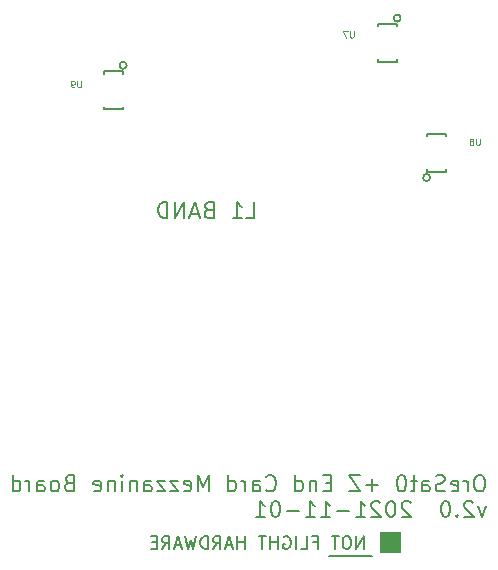
<source format=gbr>
%TF.GenerationSoftware,KiCad,Pcbnew,(6.0.2)*%
%TF.CreationDate,2022-09-07T19:19:14-04:00*%
%TF.ProjectId,plusz-end-card-with-turnstile-mezzanine,706c7573-7a2d-4656-9e64-2d636172642d,rev?*%
%TF.SameCoordinates,Original*%
%TF.FileFunction,Legend,Bot*%
%TF.FilePolarity,Positive*%
%FSLAX46Y46*%
G04 Gerber Fmt 4.6, Leading zero omitted, Abs format (unit mm)*
G04 Created by KiCad (PCBNEW (6.0.2)) date 2022-09-07 19:19:14*
%MOMM*%
%LPD*%
G01*
G04 APERTURE LIST*
%ADD10C,0.150000*%
%ADD11C,0.190500*%
%ADD12C,0.077724*%
%ADD13C,0.152400*%
%ADD14C,0.127000*%
G04 APERTURE END LIST*
D10*
X144839314Y-110689314D02*
X145482171Y-110689314D01*
X145482171Y-109339314D01*
X143682171Y-110689314D02*
X144453600Y-110689314D01*
X144067885Y-110689314D02*
X144067885Y-109339314D01*
X144196457Y-109532171D01*
X144325028Y-109660742D01*
X144453600Y-109725028D01*
X141625028Y-109982171D02*
X141432171Y-110046457D01*
X141367885Y-110110742D01*
X141303600Y-110239314D01*
X141303600Y-110432171D01*
X141367885Y-110560742D01*
X141432171Y-110625028D01*
X141560742Y-110689314D01*
X142075028Y-110689314D01*
X142075028Y-109339314D01*
X141625028Y-109339314D01*
X141496457Y-109403600D01*
X141432171Y-109467885D01*
X141367885Y-109596457D01*
X141367885Y-109725028D01*
X141432171Y-109853600D01*
X141496457Y-109917885D01*
X141625028Y-109982171D01*
X142075028Y-109982171D01*
X140789314Y-110303600D02*
X140146457Y-110303600D01*
X140917885Y-110689314D02*
X140467885Y-109339314D01*
X140017885Y-110689314D01*
X139567885Y-110689314D02*
X139567885Y-109339314D01*
X138796457Y-110689314D01*
X138796457Y-109339314D01*
X138153600Y-110689314D02*
X138153600Y-109339314D01*
X137832171Y-109339314D01*
X137639314Y-109403600D01*
X137510742Y-109532171D01*
X137446457Y-109660742D01*
X137382171Y-109917885D01*
X137382171Y-110110742D01*
X137446457Y-110367885D01*
X137510742Y-110496457D01*
X137639314Y-110625028D01*
X137832171Y-110689314D01*
X138153600Y-110689314D01*
X164725028Y-132465814D02*
X164467885Y-132465814D01*
X164339314Y-132530100D01*
X164210742Y-132658671D01*
X164146457Y-132915814D01*
X164146457Y-133365814D01*
X164210742Y-133622957D01*
X164339314Y-133751528D01*
X164467885Y-133815814D01*
X164725028Y-133815814D01*
X164853600Y-133751528D01*
X164982171Y-133622957D01*
X165046457Y-133365814D01*
X165046457Y-132915814D01*
X164982171Y-132658671D01*
X164853600Y-132530100D01*
X164725028Y-132465814D01*
X163567885Y-133815814D02*
X163567885Y-132915814D01*
X163567885Y-133172957D02*
X163503600Y-133044385D01*
X163439314Y-132980100D01*
X163310742Y-132915814D01*
X163182171Y-132915814D01*
X162217885Y-133751528D02*
X162346457Y-133815814D01*
X162603600Y-133815814D01*
X162732171Y-133751528D01*
X162796457Y-133622957D01*
X162796457Y-133108671D01*
X162732171Y-132980100D01*
X162603600Y-132915814D01*
X162346457Y-132915814D01*
X162217885Y-132980100D01*
X162153600Y-133108671D01*
X162153600Y-133237242D01*
X162796457Y-133365814D01*
X161639314Y-133751528D02*
X161446457Y-133815814D01*
X161125028Y-133815814D01*
X160996457Y-133751528D01*
X160932171Y-133687242D01*
X160867885Y-133558671D01*
X160867885Y-133430100D01*
X160932171Y-133301528D01*
X160996457Y-133237242D01*
X161125028Y-133172957D01*
X161382171Y-133108671D01*
X161510742Y-133044385D01*
X161575028Y-132980100D01*
X161639314Y-132851528D01*
X161639314Y-132722957D01*
X161575028Y-132594385D01*
X161510742Y-132530100D01*
X161382171Y-132465814D01*
X161060742Y-132465814D01*
X160867885Y-132530100D01*
X159710742Y-133815814D02*
X159710742Y-133108671D01*
X159775028Y-132980100D01*
X159903600Y-132915814D01*
X160160742Y-132915814D01*
X160289314Y-132980100D01*
X159710742Y-133751528D02*
X159839314Y-133815814D01*
X160160742Y-133815814D01*
X160289314Y-133751528D01*
X160353600Y-133622957D01*
X160353600Y-133494385D01*
X160289314Y-133365814D01*
X160160742Y-133301528D01*
X159839314Y-133301528D01*
X159710742Y-133237242D01*
X159260742Y-132915814D02*
X158746457Y-132915814D01*
X159067885Y-132465814D02*
X159067885Y-133622957D01*
X159003600Y-133751528D01*
X158875028Y-133815814D01*
X158746457Y-133815814D01*
X158039314Y-132465814D02*
X157910742Y-132465814D01*
X157782171Y-132530100D01*
X157717885Y-132594385D01*
X157653600Y-132722957D01*
X157589314Y-132980100D01*
X157589314Y-133301528D01*
X157653600Y-133558671D01*
X157717885Y-133687242D01*
X157782171Y-133751528D01*
X157910742Y-133815814D01*
X158039314Y-133815814D01*
X158167885Y-133751528D01*
X158232171Y-133687242D01*
X158296457Y-133558671D01*
X158360742Y-133301528D01*
X158360742Y-132980100D01*
X158296457Y-132722957D01*
X158232171Y-132594385D01*
X158167885Y-132530100D01*
X158039314Y-132465814D01*
X155982171Y-133301528D02*
X154953600Y-133301528D01*
X155467885Y-133815814D02*
X155467885Y-132787242D01*
X154439314Y-132465814D02*
X153539314Y-132465814D01*
X154439314Y-133815814D01*
X153539314Y-133815814D01*
X151996457Y-133108671D02*
X151546457Y-133108671D01*
X151353600Y-133815814D02*
X151996457Y-133815814D01*
X151996457Y-132465814D01*
X151353600Y-132465814D01*
X150775028Y-132915814D02*
X150775028Y-133815814D01*
X150775028Y-133044385D02*
X150710742Y-132980100D01*
X150582171Y-132915814D01*
X150389314Y-132915814D01*
X150260742Y-132980100D01*
X150196457Y-133108671D01*
X150196457Y-133815814D01*
X148975028Y-133815814D02*
X148975028Y-132465814D01*
X148975028Y-133751528D02*
X149103600Y-133815814D01*
X149360742Y-133815814D01*
X149489314Y-133751528D01*
X149553600Y-133687242D01*
X149617885Y-133558671D01*
X149617885Y-133172957D01*
X149553600Y-133044385D01*
X149489314Y-132980100D01*
X149360742Y-132915814D01*
X149103600Y-132915814D01*
X148975028Y-132980100D01*
X146532171Y-133687242D02*
X146596457Y-133751528D01*
X146789314Y-133815814D01*
X146917885Y-133815814D01*
X147110742Y-133751528D01*
X147239314Y-133622957D01*
X147303600Y-133494385D01*
X147367885Y-133237242D01*
X147367885Y-133044385D01*
X147303600Y-132787242D01*
X147239314Y-132658671D01*
X147110742Y-132530100D01*
X146917885Y-132465814D01*
X146789314Y-132465814D01*
X146596457Y-132530100D01*
X146532171Y-132594385D01*
X145375028Y-133815814D02*
X145375028Y-133108671D01*
X145439314Y-132980100D01*
X145567885Y-132915814D01*
X145825028Y-132915814D01*
X145953600Y-132980100D01*
X145375028Y-133751528D02*
X145503600Y-133815814D01*
X145825028Y-133815814D01*
X145953600Y-133751528D01*
X146017885Y-133622957D01*
X146017885Y-133494385D01*
X145953600Y-133365814D01*
X145825028Y-133301528D01*
X145503600Y-133301528D01*
X145375028Y-133237242D01*
X144732171Y-133815814D02*
X144732171Y-132915814D01*
X144732171Y-133172957D02*
X144667885Y-133044385D01*
X144603600Y-132980100D01*
X144475028Y-132915814D01*
X144346457Y-132915814D01*
X143317885Y-133815814D02*
X143317885Y-132465814D01*
X143317885Y-133751528D02*
X143446457Y-133815814D01*
X143703600Y-133815814D01*
X143832171Y-133751528D01*
X143896457Y-133687242D01*
X143960742Y-133558671D01*
X143960742Y-133172957D01*
X143896457Y-133044385D01*
X143832171Y-132980100D01*
X143703600Y-132915814D01*
X143446457Y-132915814D01*
X143317885Y-132980100D01*
X141646457Y-133815814D02*
X141646457Y-132465814D01*
X141196457Y-133430100D01*
X140746457Y-132465814D01*
X140746457Y-133815814D01*
X139589314Y-133751528D02*
X139717885Y-133815814D01*
X139975028Y-133815814D01*
X140103600Y-133751528D01*
X140167885Y-133622957D01*
X140167885Y-133108671D01*
X140103600Y-132980100D01*
X139975028Y-132915814D01*
X139717885Y-132915814D01*
X139589314Y-132980100D01*
X139525028Y-133108671D01*
X139525028Y-133237242D01*
X140167885Y-133365814D01*
X139075028Y-132915814D02*
X138367885Y-132915814D01*
X139075028Y-133815814D01*
X138367885Y-133815814D01*
X137982171Y-132915814D02*
X137275028Y-132915814D01*
X137982171Y-133815814D01*
X137275028Y-133815814D01*
X136182171Y-133815814D02*
X136182171Y-133108671D01*
X136246457Y-132980100D01*
X136375028Y-132915814D01*
X136632171Y-132915814D01*
X136760742Y-132980100D01*
X136182171Y-133751528D02*
X136310742Y-133815814D01*
X136632171Y-133815814D01*
X136760742Y-133751528D01*
X136825028Y-133622957D01*
X136825028Y-133494385D01*
X136760742Y-133365814D01*
X136632171Y-133301528D01*
X136310742Y-133301528D01*
X136182171Y-133237242D01*
X135539314Y-132915814D02*
X135539314Y-133815814D01*
X135539314Y-133044385D02*
X135475028Y-132980100D01*
X135346457Y-132915814D01*
X135153600Y-132915814D01*
X135025028Y-132980100D01*
X134960742Y-133108671D01*
X134960742Y-133815814D01*
X134317885Y-133815814D02*
X134317885Y-132915814D01*
X134317885Y-132465814D02*
X134382171Y-132530100D01*
X134317885Y-132594385D01*
X134253600Y-132530100D01*
X134317885Y-132465814D01*
X134317885Y-132594385D01*
X133675028Y-132915814D02*
X133675028Y-133815814D01*
X133675028Y-133044385D02*
X133610742Y-132980100D01*
X133482171Y-132915814D01*
X133289314Y-132915814D01*
X133160742Y-132980100D01*
X133096457Y-133108671D01*
X133096457Y-133815814D01*
X131939314Y-133751528D02*
X132067885Y-133815814D01*
X132325028Y-133815814D01*
X132453599Y-133751528D01*
X132517885Y-133622957D01*
X132517885Y-133108671D01*
X132453599Y-132980100D01*
X132325028Y-132915814D01*
X132067885Y-132915814D01*
X131939314Y-132980100D01*
X131875028Y-133108671D01*
X131875028Y-133237242D01*
X132517885Y-133365814D01*
X129817885Y-133108671D02*
X129625028Y-133172957D01*
X129560742Y-133237242D01*
X129496457Y-133365814D01*
X129496457Y-133558671D01*
X129560742Y-133687242D01*
X129625028Y-133751528D01*
X129753599Y-133815814D01*
X130267885Y-133815814D01*
X130267885Y-132465814D01*
X129817885Y-132465814D01*
X129689314Y-132530100D01*
X129625028Y-132594385D01*
X129560742Y-132722957D01*
X129560742Y-132851528D01*
X129625028Y-132980100D01*
X129689314Y-133044385D01*
X129817885Y-133108671D01*
X130267885Y-133108671D01*
X128725028Y-133815814D02*
X128853599Y-133751528D01*
X128917885Y-133687242D01*
X128982171Y-133558671D01*
X128982171Y-133172957D01*
X128917885Y-133044385D01*
X128853599Y-132980100D01*
X128725028Y-132915814D01*
X128532171Y-132915814D01*
X128403599Y-132980100D01*
X128339314Y-133044385D01*
X128275028Y-133172957D01*
X128275028Y-133558671D01*
X128339314Y-133687242D01*
X128403599Y-133751528D01*
X128532171Y-133815814D01*
X128725028Y-133815814D01*
X127117885Y-133815814D02*
X127117885Y-133108671D01*
X127182171Y-132980100D01*
X127310742Y-132915814D01*
X127567885Y-132915814D01*
X127696457Y-132980100D01*
X127117885Y-133751528D02*
X127246457Y-133815814D01*
X127567885Y-133815814D01*
X127696457Y-133751528D01*
X127760742Y-133622957D01*
X127760742Y-133494385D01*
X127696457Y-133365814D01*
X127567885Y-133301528D01*
X127246457Y-133301528D01*
X127117885Y-133237242D01*
X126475028Y-133815814D02*
X126475028Y-132915814D01*
X126475028Y-133172957D02*
X126410742Y-133044385D01*
X126346457Y-132980100D01*
X126217885Y-132915814D01*
X126089314Y-132915814D01*
X125060742Y-133815814D02*
X125060742Y-132465814D01*
X125060742Y-133751528D02*
X125189314Y-133815814D01*
X125446457Y-133815814D01*
X125575028Y-133751528D01*
X125639314Y-133687242D01*
X125703599Y-133558671D01*
X125703599Y-133172957D01*
X125639314Y-133044385D01*
X125575028Y-132980100D01*
X125446457Y-132915814D01*
X125189314Y-132915814D01*
X125060742Y-132980100D01*
X165110742Y-135089314D02*
X164789314Y-135989314D01*
X164467885Y-135089314D01*
X164017885Y-134767885D02*
X163953600Y-134703600D01*
X163825028Y-134639314D01*
X163503600Y-134639314D01*
X163375028Y-134703600D01*
X163310742Y-134767885D01*
X163246457Y-134896457D01*
X163246457Y-135025028D01*
X163310742Y-135217885D01*
X164082171Y-135989314D01*
X163246457Y-135989314D01*
X162667885Y-135860742D02*
X162603600Y-135925028D01*
X162667885Y-135989314D01*
X162732171Y-135925028D01*
X162667885Y-135860742D01*
X162667885Y-135989314D01*
X161767885Y-134639314D02*
X161639314Y-134639314D01*
X161510742Y-134703600D01*
X161446457Y-134767885D01*
X161382171Y-134896457D01*
X161317885Y-135153600D01*
X161317885Y-135475028D01*
X161382171Y-135732171D01*
X161446457Y-135860742D01*
X161510742Y-135925028D01*
X161639314Y-135989314D01*
X161767885Y-135989314D01*
X161896457Y-135925028D01*
X161960742Y-135860742D01*
X162025028Y-135732171D01*
X162089314Y-135475028D01*
X162089314Y-135153600D01*
X162025028Y-134896457D01*
X161960742Y-134767885D01*
X161896457Y-134703600D01*
X161767885Y-134639314D01*
X158746457Y-134767885D02*
X158682171Y-134703600D01*
X158553600Y-134639314D01*
X158232171Y-134639314D01*
X158103600Y-134703600D01*
X158039314Y-134767885D01*
X157975028Y-134896457D01*
X157975028Y-135025028D01*
X158039314Y-135217885D01*
X158810742Y-135989314D01*
X157975028Y-135989314D01*
X157139314Y-134639314D02*
X157010742Y-134639314D01*
X156882171Y-134703600D01*
X156817885Y-134767885D01*
X156753600Y-134896457D01*
X156689314Y-135153600D01*
X156689314Y-135475028D01*
X156753600Y-135732171D01*
X156817885Y-135860742D01*
X156882171Y-135925028D01*
X157010742Y-135989314D01*
X157139314Y-135989314D01*
X157267885Y-135925028D01*
X157332171Y-135860742D01*
X157396457Y-135732171D01*
X157460742Y-135475028D01*
X157460742Y-135153600D01*
X157396457Y-134896457D01*
X157332171Y-134767885D01*
X157267885Y-134703600D01*
X157139314Y-134639314D01*
X156175028Y-134767885D02*
X156110742Y-134703600D01*
X155982171Y-134639314D01*
X155660742Y-134639314D01*
X155532171Y-134703600D01*
X155467885Y-134767885D01*
X155403600Y-134896457D01*
X155403600Y-135025028D01*
X155467885Y-135217885D01*
X156239314Y-135989314D01*
X155403600Y-135989314D01*
X154117885Y-135989314D02*
X154889314Y-135989314D01*
X154503600Y-135989314D02*
X154503600Y-134639314D01*
X154632171Y-134832171D01*
X154760742Y-134960742D01*
X154889314Y-135025028D01*
X153539314Y-135475028D02*
X152510742Y-135475028D01*
X151160742Y-135989314D02*
X151932171Y-135989314D01*
X151546457Y-135989314D02*
X151546457Y-134639314D01*
X151675028Y-134832171D01*
X151803600Y-134960742D01*
X151932171Y-135025028D01*
X149875028Y-135989314D02*
X150646457Y-135989314D01*
X150260742Y-135989314D02*
X150260742Y-134639314D01*
X150389314Y-134832171D01*
X150517885Y-134960742D01*
X150646457Y-135025028D01*
X149296457Y-135475028D02*
X148267885Y-135475028D01*
X147367885Y-134639314D02*
X147239314Y-134639314D01*
X147110742Y-134703600D01*
X147046457Y-134767885D01*
X146982171Y-134896457D01*
X146917885Y-135153600D01*
X146917885Y-135475028D01*
X146982171Y-135732171D01*
X147046457Y-135860742D01*
X147110742Y-135925028D01*
X147239314Y-135989314D01*
X147367885Y-135989314D01*
X147496457Y-135925028D01*
X147560742Y-135860742D01*
X147625028Y-135732171D01*
X147689314Y-135475028D01*
X147689314Y-135153600D01*
X147625028Y-134896457D01*
X147560742Y-134767885D01*
X147496457Y-134703600D01*
X147367885Y-134639314D01*
X145632171Y-135989314D02*
X146403600Y-135989314D01*
X146017885Y-135989314D02*
X146017885Y-134639314D01*
X146146457Y-134832171D01*
X146275028Y-134960742D01*
X146403600Y-135025028D01*
D11*
%TO.C,U$1*%
X154780251Y-138702195D02*
X154780251Y-137622695D01*
X154163394Y-138702195D01*
X154163394Y-137622695D01*
X153443727Y-137622695D02*
X153238108Y-137622695D01*
X153135298Y-137674100D01*
X153032489Y-137776909D01*
X152981084Y-137982528D01*
X152981084Y-138342361D01*
X153032489Y-138547980D01*
X153135298Y-138650790D01*
X153238108Y-138702195D01*
X153443727Y-138702195D01*
X153546536Y-138650790D01*
X153649346Y-138547980D01*
X153700751Y-138342361D01*
X153700751Y-137982528D01*
X153649346Y-137776909D01*
X153546536Y-137674100D01*
X153443727Y-137622695D01*
X152672655Y-137622695D02*
X152055798Y-137622695D01*
X152364227Y-138702195D02*
X152364227Y-137622695D01*
X150513655Y-138136742D02*
X150873489Y-138136742D01*
X150873489Y-138702195D02*
X150873489Y-137622695D01*
X150359441Y-137622695D01*
X149434155Y-138702195D02*
X149948203Y-138702195D01*
X149948203Y-137622695D01*
X149074322Y-138702195D02*
X149074322Y-137622695D01*
X147994822Y-137674100D02*
X148097632Y-137622695D01*
X148251846Y-137622695D01*
X148406060Y-137674100D01*
X148508870Y-137776909D01*
X148560275Y-137879719D01*
X148611679Y-138085338D01*
X148611679Y-138239552D01*
X148560275Y-138445171D01*
X148508870Y-138547980D01*
X148406060Y-138650790D01*
X148251846Y-138702195D01*
X148149036Y-138702195D01*
X147994822Y-138650790D01*
X147943417Y-138599385D01*
X147943417Y-138239552D01*
X148149036Y-138239552D01*
X147480775Y-138702195D02*
X147480775Y-137622695D01*
X147480775Y-138136742D02*
X146863917Y-138136742D01*
X146863917Y-138702195D02*
X146863917Y-137622695D01*
X146504084Y-137622695D02*
X145887227Y-137622695D01*
X146195655Y-138702195D02*
X146195655Y-137622695D01*
X144704917Y-138702195D02*
X144704917Y-137622695D01*
X144704917Y-138136742D02*
X144088060Y-138136742D01*
X144088060Y-138702195D02*
X144088060Y-137622695D01*
X143625417Y-138393766D02*
X143111370Y-138393766D01*
X143728227Y-138702195D02*
X143368394Y-137622695D01*
X143008560Y-138702195D01*
X142031870Y-138702195D02*
X142391703Y-138188147D01*
X142648727Y-138702195D02*
X142648727Y-137622695D01*
X142237489Y-137622695D01*
X142134679Y-137674100D01*
X142083275Y-137725504D01*
X142031870Y-137828314D01*
X142031870Y-137982528D01*
X142083275Y-138085338D01*
X142134679Y-138136742D01*
X142237489Y-138188147D01*
X142648727Y-138188147D01*
X141569227Y-138702195D02*
X141569227Y-137622695D01*
X141312203Y-137622695D01*
X141157989Y-137674100D01*
X141055179Y-137776909D01*
X141003775Y-137879719D01*
X140952370Y-138085338D01*
X140952370Y-138239552D01*
X141003775Y-138445171D01*
X141055179Y-138547980D01*
X141157989Y-138650790D01*
X141312203Y-138702195D01*
X141569227Y-138702195D01*
X140592536Y-137622695D02*
X140335513Y-138702195D01*
X140129894Y-137931123D01*
X139924275Y-138702195D01*
X139667251Y-137622695D01*
X139307417Y-138393766D02*
X138793370Y-138393766D01*
X139410227Y-138702195D02*
X139050394Y-137622695D01*
X138690560Y-138702195D01*
X137713870Y-138702195D02*
X138073703Y-138188147D01*
X138330727Y-138702195D02*
X138330727Y-137622695D01*
X137919489Y-137622695D01*
X137816679Y-137674100D01*
X137765275Y-137725504D01*
X137713870Y-137828314D01*
X137713870Y-137982528D01*
X137765275Y-138085338D01*
X137816679Y-138136742D01*
X137919489Y-138188147D01*
X138330727Y-138188147D01*
X137251227Y-138136742D02*
X136891394Y-138136742D01*
X136737179Y-138702195D02*
X137251227Y-138702195D01*
X137251227Y-137622695D01*
X136737179Y-137622695D01*
D12*
%TO.C,U9*%
X130823942Y-99062334D02*
X130823942Y-99492900D01*
X130798614Y-99543555D01*
X130773287Y-99568883D01*
X130722632Y-99594210D01*
X130621322Y-99594210D01*
X130570667Y-99568883D01*
X130545340Y-99543555D01*
X130520013Y-99492900D01*
X130520013Y-99062334D01*
X130241411Y-99594210D02*
X130140101Y-99594210D01*
X130089446Y-99568883D01*
X130064119Y-99543555D01*
X130013464Y-99467573D01*
X129988137Y-99366263D01*
X129988137Y-99163644D01*
X130013464Y-99112989D01*
X130038791Y-99087662D01*
X130089446Y-99062334D01*
X130190756Y-99062334D01*
X130241411Y-99087662D01*
X130266738Y-99112989D01*
X130292066Y-99163644D01*
X130292066Y-99290281D01*
X130266738Y-99340936D01*
X130241411Y-99366263D01*
X130190756Y-99391591D01*
X130089446Y-99391591D01*
X130038791Y-99366263D01*
X130013464Y-99340936D01*
X129988137Y-99290281D01*
%TO.C,U7*%
X153923942Y-94862334D02*
X153923942Y-95292900D01*
X153898614Y-95343555D01*
X153873287Y-95368883D01*
X153822632Y-95394210D01*
X153721322Y-95394210D01*
X153670667Y-95368883D01*
X153645340Y-95343555D01*
X153620013Y-95292900D01*
X153620013Y-94862334D01*
X153417393Y-94862334D02*
X153062809Y-94862334D01*
X153290756Y-95394210D01*
%TO.C,U8*%
X164588735Y-103962334D02*
X164588735Y-104392900D01*
X164563408Y-104443555D01*
X164538080Y-104468883D01*
X164487425Y-104494210D01*
X164386116Y-104494210D01*
X164335461Y-104468883D01*
X164310133Y-104443555D01*
X164284806Y-104392900D01*
X164284806Y-103962334D01*
X163955549Y-104190281D02*
X164006204Y-104164954D01*
X164031532Y-104139626D01*
X164056859Y-104088971D01*
X164056859Y-104063644D01*
X164031532Y-104012989D01*
X164006204Y-103987662D01*
X163955549Y-103962334D01*
X163854240Y-103962334D01*
X163803585Y-103987662D01*
X163778257Y-104012989D01*
X163752930Y-104063644D01*
X163752930Y-104088971D01*
X163778257Y-104139626D01*
X163803585Y-104164954D01*
X163854240Y-104190281D01*
X163955549Y-104190281D01*
X164006204Y-104215608D01*
X164031532Y-104240936D01*
X164056859Y-104291591D01*
X164056859Y-104392900D01*
X164031532Y-104443555D01*
X164006204Y-104468883D01*
X163955549Y-104494210D01*
X163854240Y-104494210D01*
X163803585Y-104468883D01*
X163778257Y-104443555D01*
X163752930Y-104392900D01*
X163752930Y-104291591D01*
X163778257Y-104240936D01*
X163803585Y-104215608D01*
X163854240Y-104190281D01*
D13*
%TO.C,U$1*%
X155511100Y-139253600D02*
X151811100Y-139253600D01*
G36*
X157951100Y-139053600D02*
G01*
X156151100Y-139053600D01*
X156151100Y-137253600D01*
X157951100Y-137253600D01*
X157951100Y-139053600D01*
G37*
D14*
%TO.C,U9*%
X132801100Y-101453600D02*
X134401100Y-101453600D01*
X132801100Y-101253600D02*
X132801100Y-101453600D01*
X132801100Y-98253600D02*
X134401100Y-98253600D01*
X132801100Y-98453600D02*
X132801100Y-98253600D01*
X134401100Y-98253600D02*
X134401100Y-98453600D01*
X134401100Y-101453600D02*
X134401100Y-101253600D01*
X134701100Y-97753600D02*
G75*
G03*
X134701100Y-97753600I-300000J0D01*
G01*
%TO.C,U7*%
X156001100Y-94453600D02*
X156001100Y-94253600D01*
X157601100Y-97453600D02*
X157601100Y-97253600D01*
X156001100Y-97453600D02*
X157601100Y-97453600D01*
X157601100Y-94253600D02*
X157601100Y-94453600D01*
X156001100Y-97253600D02*
X156001100Y-97453600D01*
X156001100Y-94253600D02*
X157601100Y-94253600D01*
X157901100Y-93753600D02*
G75*
G03*
X157901100Y-93753600I-300000J0D01*
G01*
%TO.C,U8*%
X161701100Y-103553600D02*
X160101100Y-103553600D01*
X161701100Y-106753600D02*
X160101100Y-106753600D01*
X160101100Y-103553600D02*
X160101100Y-103753600D01*
X160101100Y-106753600D02*
X160101100Y-106553600D01*
X161701100Y-106553600D02*
X161701100Y-106753600D01*
X161701100Y-103753600D02*
X161701100Y-103553600D01*
X160401100Y-107253600D02*
G75*
G03*
X160401100Y-107253600I-300000J0D01*
G01*
%TD*%
M02*

</source>
